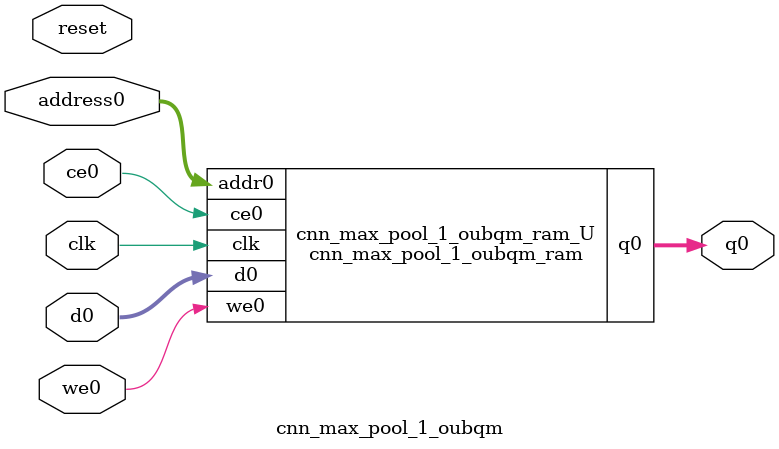
<source format=v>
`timescale 1 ns / 1 ps
module cnn_max_pool_1_oubqm_ram (addr0, ce0, d0, we0, q0,  clk);

parameter DWIDTH = 14;
parameter AWIDTH = 5;
parameter MEM_SIZE = 25;

input[AWIDTH-1:0] addr0;
input ce0;
input[DWIDTH-1:0] d0;
input we0;
output reg[DWIDTH-1:0] q0;
input clk;

(* ram_style = "distributed" *)reg [DWIDTH-1:0] ram[0:MEM_SIZE-1];




always @(posedge clk)  
begin 
    if (ce0) 
    begin
        if (we0) 
        begin 
            ram[addr0] <= d0; 
        end 
        q0 <= ram[addr0];
    end
end


endmodule

`timescale 1 ns / 1 ps
module cnn_max_pool_1_oubqm(
    reset,
    clk,
    address0,
    ce0,
    we0,
    d0,
    q0);

parameter DataWidth = 32'd14;
parameter AddressRange = 32'd25;
parameter AddressWidth = 32'd5;
input reset;
input clk;
input[AddressWidth - 1:0] address0;
input ce0;
input we0;
input[DataWidth - 1:0] d0;
output[DataWidth - 1:0] q0;



cnn_max_pool_1_oubqm_ram cnn_max_pool_1_oubqm_ram_U(
    .clk( clk ),
    .addr0( address0 ),
    .ce0( ce0 ),
    .we0( we0 ),
    .d0( d0 ),
    .q0( q0 ));

endmodule


</source>
